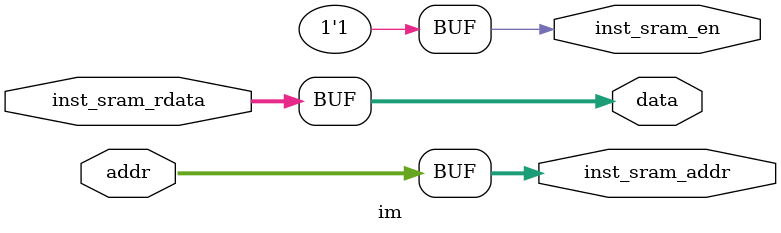
<source format=v>
/*
 * instruction memory
 *
 * Given a 32-bit address the data is latched and driven 
 * on the rising edge of the clock.
 *
 * The lowest two bits are assumed to be byte indexes and ignored. 
 */

module im (
    input wire [31:0]   addr,
    output wire [31:0]  data,

    output wire         inst_sram_en,
    output wire [31:0]  inst_sram_addr,
    input wire [31:0]   inst_sram_rdata);

    assign inst_sram_en = 1'b1;
    assign inst_sram_addr = addr;
    assign data = inst_sram_rdata;

endmodule
</source>
